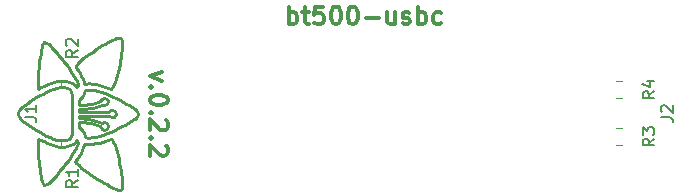
<source format=gbr>
%TF.GenerationSoftware,KiCad,Pcbnew,5.1.6-c6e7f7d~87~ubuntu18.04.1*%
%TF.CreationDate,2020-09-20T16:09:31-04:00*%
%TF.ProjectId,bt500-usbc,62743530-302d-4757-9362-632e6b696361,rev?*%
%TF.SameCoordinates,Original*%
%TF.FileFunction,Legend,Top*%
%TF.FilePolarity,Positive*%
%FSLAX46Y46*%
G04 Gerber Fmt 4.6, Leading zero omitted, Abs format (unit mm)*
G04 Created by KiCad (PCBNEW 5.1.6-c6e7f7d~87~ubuntu18.04.1) date 2020-09-20 16:09:31*
%MOMM*%
%LPD*%
G01*
G04 APERTURE LIST*
%ADD10C,0.300000*%
%ADD11C,0.250000*%
%ADD12C,0.120000*%
%ADD13C,0.150000*%
G04 APERTURE END LIST*
D10*
X133571428Y-92778571D02*
X132571428Y-93135714D01*
X133571428Y-93492857D01*
X132714285Y-94064285D02*
X132642857Y-94135714D01*
X132571428Y-94064285D01*
X132642857Y-93992857D01*
X132714285Y-94064285D01*
X132571428Y-94064285D01*
X134071428Y-95064285D02*
X134071428Y-95207142D01*
X134000000Y-95350000D01*
X133928571Y-95421428D01*
X133785714Y-95492857D01*
X133500000Y-95564285D01*
X133142857Y-95564285D01*
X132857142Y-95492857D01*
X132714285Y-95421428D01*
X132642857Y-95350000D01*
X132571428Y-95207142D01*
X132571428Y-95064285D01*
X132642857Y-94921428D01*
X132714285Y-94850000D01*
X132857142Y-94778571D01*
X133142857Y-94707142D01*
X133500000Y-94707142D01*
X133785714Y-94778571D01*
X133928571Y-94850000D01*
X134000000Y-94921428D01*
X134071428Y-95064285D01*
X132714285Y-96207142D02*
X132642857Y-96278571D01*
X132571428Y-96207142D01*
X132642857Y-96135714D01*
X132714285Y-96207142D01*
X132571428Y-96207142D01*
X133928571Y-96850000D02*
X134000000Y-96921428D01*
X134071428Y-97064285D01*
X134071428Y-97421428D01*
X134000000Y-97564285D01*
X133928571Y-97635714D01*
X133785714Y-97707142D01*
X133642857Y-97707142D01*
X133428571Y-97635714D01*
X132571428Y-96778571D01*
X132571428Y-97707142D01*
X132714285Y-98350000D02*
X132642857Y-98421428D01*
X132571428Y-98350000D01*
X132642857Y-98278571D01*
X132714285Y-98350000D01*
X132571428Y-98350000D01*
X133928571Y-98992857D02*
X134000000Y-99064285D01*
X134071428Y-99207142D01*
X134071428Y-99564285D01*
X134000000Y-99707142D01*
X133928571Y-99778571D01*
X133785714Y-99850000D01*
X133642857Y-99850000D01*
X133428571Y-99778571D01*
X132571428Y-98921428D01*
X132571428Y-99850000D01*
X144321428Y-88728571D02*
X144321428Y-87228571D01*
X144321428Y-87800000D02*
X144464285Y-87728571D01*
X144750000Y-87728571D01*
X144892857Y-87800000D01*
X144964285Y-87871428D01*
X145035714Y-88014285D01*
X145035714Y-88442857D01*
X144964285Y-88585714D01*
X144892857Y-88657142D01*
X144750000Y-88728571D01*
X144464285Y-88728571D01*
X144321428Y-88657142D01*
X145464285Y-87728571D02*
X146035714Y-87728571D01*
X145678571Y-87228571D02*
X145678571Y-88514285D01*
X145750000Y-88657142D01*
X145892857Y-88728571D01*
X146035714Y-88728571D01*
X147250000Y-87228571D02*
X146535714Y-87228571D01*
X146464285Y-87942857D01*
X146535714Y-87871428D01*
X146678571Y-87800000D01*
X147035714Y-87800000D01*
X147178571Y-87871428D01*
X147250000Y-87942857D01*
X147321428Y-88085714D01*
X147321428Y-88442857D01*
X147250000Y-88585714D01*
X147178571Y-88657142D01*
X147035714Y-88728571D01*
X146678571Y-88728571D01*
X146535714Y-88657142D01*
X146464285Y-88585714D01*
X148250000Y-87228571D02*
X148392857Y-87228571D01*
X148535714Y-87300000D01*
X148607142Y-87371428D01*
X148678571Y-87514285D01*
X148750000Y-87800000D01*
X148750000Y-88157142D01*
X148678571Y-88442857D01*
X148607142Y-88585714D01*
X148535714Y-88657142D01*
X148392857Y-88728571D01*
X148250000Y-88728571D01*
X148107142Y-88657142D01*
X148035714Y-88585714D01*
X147964285Y-88442857D01*
X147892857Y-88157142D01*
X147892857Y-87800000D01*
X147964285Y-87514285D01*
X148035714Y-87371428D01*
X148107142Y-87300000D01*
X148250000Y-87228571D01*
X149678571Y-87228571D02*
X149821428Y-87228571D01*
X149964285Y-87300000D01*
X150035714Y-87371428D01*
X150107142Y-87514285D01*
X150178571Y-87800000D01*
X150178571Y-88157142D01*
X150107142Y-88442857D01*
X150035714Y-88585714D01*
X149964285Y-88657142D01*
X149821428Y-88728571D01*
X149678571Y-88728571D01*
X149535714Y-88657142D01*
X149464285Y-88585714D01*
X149392857Y-88442857D01*
X149321428Y-88157142D01*
X149321428Y-87800000D01*
X149392857Y-87514285D01*
X149464285Y-87371428D01*
X149535714Y-87300000D01*
X149678571Y-87228571D01*
X150821428Y-88157142D02*
X151964285Y-88157142D01*
X153321428Y-87728571D02*
X153321428Y-88728571D01*
X152678571Y-87728571D02*
X152678571Y-88514285D01*
X152750000Y-88657142D01*
X152892857Y-88728571D01*
X153107142Y-88728571D01*
X153250000Y-88657142D01*
X153321428Y-88585714D01*
X153964285Y-88657142D02*
X154107142Y-88728571D01*
X154392857Y-88728571D01*
X154535714Y-88657142D01*
X154607142Y-88514285D01*
X154607142Y-88442857D01*
X154535714Y-88300000D01*
X154392857Y-88228571D01*
X154178571Y-88228571D01*
X154035714Y-88157142D01*
X153964285Y-88014285D01*
X153964285Y-87942857D01*
X154035714Y-87800000D01*
X154178571Y-87728571D01*
X154392857Y-87728571D01*
X154535714Y-87800000D01*
X155250000Y-88728571D02*
X155250000Y-87228571D01*
X155250000Y-87800000D02*
X155392857Y-87728571D01*
X155678571Y-87728571D01*
X155821428Y-87800000D01*
X155892857Y-87871428D01*
X155964285Y-88014285D01*
X155964285Y-88442857D01*
X155892857Y-88585714D01*
X155821428Y-88657142D01*
X155678571Y-88728571D01*
X155392857Y-88728571D01*
X155250000Y-88657142D01*
X157250000Y-88657142D02*
X157107142Y-88728571D01*
X156821428Y-88728571D01*
X156678571Y-88657142D01*
X156607142Y-88585714D01*
X156535714Y-88442857D01*
X156535714Y-88014285D01*
X156607142Y-87871428D01*
X156678571Y-87800000D01*
X156821428Y-87728571D01*
X157107142Y-87728571D01*
X157250000Y-87800000D01*
D11*
X121664369Y-96809412D02*
X121887149Y-96977133D01*
X121887149Y-96977133D02*
X122133181Y-97153900D01*
X122133181Y-97153900D02*
X122448439Y-97369915D01*
X122448439Y-97369915D02*
X122689465Y-97527325D01*
X122689465Y-97527325D02*
X122949850Y-97689573D01*
X122949850Y-97689573D02*
X123225029Y-97851617D01*
X123225029Y-97851617D02*
X123510442Y-98008414D01*
X123510442Y-98008414D02*
X123801522Y-98154922D01*
X123801522Y-98154922D02*
X124093709Y-98286099D01*
X124093709Y-98286099D02*
X124382437Y-98396903D01*
X124382437Y-98396903D02*
X124663144Y-98482291D01*
X124663144Y-98482291D02*
X124931267Y-98537222D01*
X124931267Y-98537222D02*
X125182242Y-98556653D01*
X127020258Y-93760992D02*
X127000000Y-93750000D01*
X125976320Y-94969219D02*
X125966471Y-94691483D01*
X125966471Y-94691483D02*
X125918395Y-94427999D01*
X125918395Y-94427999D02*
X125789163Y-94211503D01*
X125789163Y-94211503D02*
X125553465Y-94086520D01*
X125553465Y-94086520D02*
X125303814Y-94049563D01*
X125303814Y-94049563D02*
X125182216Y-94046349D01*
X125930070Y-96301514D02*
X125934126Y-96032638D01*
X125934126Y-96032638D02*
X125944114Y-95773137D01*
X125944114Y-95773137D02*
X125955585Y-95543810D01*
X125182216Y-94046349D02*
X124931241Y-94065779D01*
X124931241Y-94065779D02*
X124663118Y-94120709D01*
X124663118Y-94120709D02*
X124382411Y-94206096D01*
X124382411Y-94206096D02*
X124093682Y-94316899D01*
X124093682Y-94316899D02*
X123801495Y-94448074D01*
X123801495Y-94448074D02*
X123510414Y-94594582D01*
X123510414Y-94594582D02*
X123225001Y-94751378D01*
X123225001Y-94751378D02*
X122949820Y-94913421D01*
X122949820Y-94913421D02*
X122689434Y-95075670D01*
X122689434Y-95075670D02*
X122448406Y-95233081D01*
X122448406Y-95233081D02*
X122231301Y-95380613D01*
X122231301Y-95380613D02*
X121960478Y-95572359D01*
X121960478Y-95572359D02*
X121725698Y-95746384D01*
X121725698Y-95746384D02*
X121664316Y-95793617D01*
X130110307Y-89881537D02*
X130234799Y-90109747D01*
X130234799Y-90109747D02*
X130243534Y-90227375D01*
X129675953Y-89921494D02*
X129924721Y-89846617D01*
X129924721Y-89846617D02*
X130110307Y-89881537D01*
X125976320Y-97633862D02*
X125970660Y-97375932D01*
X125970660Y-97375932D02*
X125958562Y-97116707D01*
X125958562Y-97116707D02*
X125955585Y-97059219D01*
X130239738Y-90312360D02*
X130214662Y-90574734D01*
X130214662Y-90574734D02*
X130182511Y-90861172D01*
X130182511Y-90861172D02*
X130135660Y-91224651D01*
X130135660Y-91224651D02*
X130095659Y-91499969D01*
X130095659Y-91499969D02*
X130048224Y-91794827D01*
X130048224Y-91794827D02*
X129992993Y-92103344D01*
X129992993Y-92103344D02*
X129929606Y-92419640D01*
X129929606Y-92419640D02*
X129857702Y-92737835D01*
X129857702Y-92737835D02*
X129776921Y-93052049D01*
X129776921Y-93052049D02*
X129686902Y-93356401D01*
X129686902Y-93356401D02*
X129587283Y-93645011D01*
X129587283Y-93645011D02*
X129477705Y-93911999D01*
X129477705Y-93911999D02*
X129357807Y-94151486D01*
X129264936Y-94196275D02*
X129025787Y-94101065D01*
X129025787Y-94101065D02*
X128785528Y-94013358D01*
X128785528Y-94013358D02*
X128545814Y-93934754D01*
X128545814Y-93934754D02*
X128249459Y-93851736D01*
X128249459Y-93851736D02*
X127959776Y-93788568D01*
X127959776Y-93788568D02*
X127679996Y-93748375D01*
X127679996Y-93748375D02*
X127413354Y-93734283D01*
X129357807Y-94151486D02*
X129264936Y-94196275D01*
X126611975Y-95070055D02*
X126611975Y-95070055D01*
X129042050Y-96463972D02*
X126574301Y-96463972D01*
X127066799Y-94300351D02*
X127020211Y-94567786D01*
X127020211Y-94567786D02*
X126909737Y-94795802D01*
X126909737Y-94795802D02*
X126735831Y-94983513D01*
X126735831Y-94983513D02*
X126611975Y-95070055D01*
X127413354Y-94275606D02*
X127154534Y-94288427D01*
X127154534Y-94288427D02*
X127066799Y-94300351D01*
X131294162Y-95887045D02*
X131048435Y-95732368D01*
X131048435Y-95732368D02*
X130777066Y-95569342D01*
X130777066Y-95569342D02*
X130552681Y-95439578D01*
X130552681Y-95439578D02*
X130299389Y-95298377D01*
X130299389Y-95298377D02*
X130022222Y-95150388D01*
X130022222Y-95150388D02*
X129726211Y-95000262D01*
X129726211Y-95000262D02*
X129416387Y-94852650D01*
X129416387Y-94852650D02*
X129097783Y-94712202D01*
X129097783Y-94712202D02*
X128775429Y-94583568D01*
X128775429Y-94583568D02*
X128454359Y-94471398D01*
X128454359Y-94471398D02*
X128139602Y-94380344D01*
X128139602Y-94380344D02*
X127836191Y-94315055D01*
X127836191Y-94315055D02*
X127549157Y-94280183D01*
X127549157Y-94280183D02*
X127413354Y-94275606D01*
X131573333Y-96301541D02*
X131482477Y-96056884D01*
X131482477Y-96056884D02*
X131294162Y-95887045D01*
X131294189Y-96716009D02*
X131482470Y-96546180D01*
X131482470Y-96546180D02*
X131573333Y-96301541D01*
X127413327Y-98327475D02*
X127690285Y-98309554D01*
X127690285Y-98309554D02*
X127986138Y-98258893D01*
X127986138Y-98258893D02*
X128295852Y-98180141D01*
X128295852Y-98180141D02*
X128614397Y-98077949D01*
X128614397Y-98077949D02*
X128936740Y-97956967D01*
X128936740Y-97956967D02*
X129257851Y-97821846D01*
X129257851Y-97821846D02*
X129572697Y-97677235D01*
X129572697Y-97677235D02*
X129876247Y-97527785D01*
X129876247Y-97527785D02*
X130163469Y-97378146D01*
X130163469Y-97378146D02*
X130429332Y-97232969D01*
X130429332Y-97232969D02*
X130668804Y-97096903D01*
X130668804Y-97096903D02*
X130967521Y-96920061D01*
X130967521Y-96920061D02*
X131226481Y-96759565D01*
X131226481Y-96759565D02*
X131294189Y-96716009D01*
X127066799Y-98303209D02*
X127315887Y-98325923D01*
X127315887Y-98325923D02*
X127413327Y-98327475D01*
X126612002Y-97533026D02*
X126821022Y-97698064D01*
X126821022Y-97698064D02*
X126966793Y-97903925D01*
X126966793Y-97903925D02*
X127048876Y-98149723D01*
X127048876Y-98149723D02*
X127066799Y-98303209D01*
X126526378Y-97486405D02*
X126612002Y-97533026D01*
X126547910Y-97006172D02*
X126532859Y-97270369D01*
X126532859Y-97270369D02*
X126526378Y-97486405D01*
X128371987Y-97370276D02*
X128121808Y-97270291D01*
X128121808Y-97270291D02*
X127851644Y-97189723D01*
X127851644Y-97189723D02*
X127567268Y-97125495D01*
X127567268Y-97125495D02*
X127298306Y-97079411D01*
X127298306Y-97079411D02*
X126990418Y-97040649D01*
X126990418Y-97040649D02*
X126732809Y-97017836D01*
X126732809Y-97017836D02*
X126547910Y-97006172D01*
X128711479Y-97655075D02*
X128470287Y-97562765D01*
X128470287Y-97562765D02*
X128371987Y-97370276D01*
X129052591Y-97340089D02*
X128940827Y-97573244D01*
X128940827Y-97573244D02*
X128711479Y-97655075D01*
X128711479Y-97025102D02*
X128952674Y-97117342D01*
X128952674Y-97117342D02*
X129052591Y-97340089D01*
X128518648Y-97080352D02*
X128711479Y-97025102D01*
X126566362Y-96681893D02*
X126852196Y-96701424D01*
X126852196Y-96701424D02*
X127114459Y-96727576D01*
X127114459Y-96727576D02*
X127428852Y-96770990D01*
X127428852Y-96770990D02*
X127704644Y-96821962D01*
X127704644Y-96821962D02*
X127997978Y-96892641D01*
X127997978Y-96892641D02*
X128237636Y-96966670D01*
X128237636Y-96966670D02*
X128490003Y-97066988D01*
X128490003Y-97066988D02*
X128518648Y-97080352D01*
X126574301Y-96463972D02*
X126566362Y-96681893D01*
X126574301Y-96139162D02*
X129042077Y-96139162D01*
X129333965Y-96616554D02*
X129095431Y-96526332D01*
X129095431Y-96526332D02*
X129042050Y-96463972D01*
X129675050Y-96301567D02*
X129563290Y-96534723D01*
X129563290Y-96534723D02*
X129333965Y-96616554D01*
X129333992Y-95986581D02*
X129575139Y-96078831D01*
X129575139Y-96078831D02*
X129675050Y-96301567D01*
X129042077Y-96139162D02*
X129255224Y-95995050D01*
X129255224Y-95995050D02*
X129333992Y-95986581D01*
X126446065Y-98827169D02*
X126446065Y-98827169D01*
X126566522Y-95923684D02*
X126574301Y-96139162D01*
X124013282Y-90431728D02*
X123807514Y-90277902D01*
X123807514Y-90277902D02*
X123634204Y-90251774D01*
X126446065Y-93775966D02*
X126357479Y-93531406D01*
X126357479Y-93531406D02*
X126235245Y-93272077D01*
X126235245Y-93272077D02*
X126084758Y-93002160D01*
X126084758Y-93002160D02*
X125911418Y-92725835D01*
X125911418Y-92725835D02*
X125720620Y-92447282D01*
X125720620Y-92447282D02*
X125517762Y-92170681D01*
X125517762Y-92170681D02*
X125308241Y-91900213D01*
X125308241Y-91900213D02*
X125097455Y-91640059D01*
X125097455Y-91640059D02*
X124890801Y-91394397D01*
X124890801Y-91394397D02*
X124693676Y-91167409D01*
X124693676Y-91167409D02*
X124511477Y-90963276D01*
X124511477Y-90963276D02*
X124277972Y-90709071D01*
X124277972Y-90709071D02*
X124069249Y-90489136D01*
X124069249Y-90489136D02*
X124013282Y-90431728D01*
X123102677Y-94201134D02*
X123102146Y-94201453D01*
X128520772Y-95524269D02*
X128281913Y-95623272D01*
X128281913Y-95623272D02*
X128000434Y-95712305D01*
X128000434Y-95712305D02*
X127706855Y-95783190D01*
X127706855Y-95783190D02*
X127430693Y-95834323D01*
X127430693Y-95834323D02*
X127115763Y-95877875D01*
X127115763Y-95877875D02*
X126852981Y-95904105D01*
X126852981Y-95904105D02*
X126566522Y-95923684D01*
X128711452Y-95578033D02*
X128520772Y-95524269D01*
X129052564Y-95263046D02*
X128940800Y-95496202D01*
X128940800Y-95496202D02*
X128711452Y-95578033D01*
X128711452Y-94948033D02*
X128952647Y-95040296D01*
X128952647Y-95040296D02*
X129052564Y-95263046D01*
X128371801Y-95235354D02*
X128504177Y-95012895D01*
X128504177Y-95012895D02*
X128711452Y-94948033D01*
X126548043Y-95599405D02*
X126821357Y-95580808D01*
X126821357Y-95580808D02*
X127071171Y-95556060D01*
X127071171Y-95556060D02*
X127369091Y-95515249D01*
X127369091Y-95515249D02*
X127628574Y-95467720D01*
X127628574Y-95467720D02*
X127901785Y-95402535D01*
X127901785Y-95402535D02*
X128159554Y-95322060D01*
X128159554Y-95322060D02*
X128371801Y-95235354D01*
X126526378Y-95116650D02*
X126535139Y-95379289D01*
X126535139Y-95379289D02*
X126548043Y-95599405D01*
X126611975Y-95070055D02*
X126526378Y-95116650D01*
X127017682Y-98841771D02*
X127017682Y-98841771D01*
X124013282Y-102171406D02*
X124213477Y-101962749D01*
X124213477Y-101962749D02*
X124427720Y-101731863D01*
X124427720Y-101731863D02*
X124600453Y-101540656D01*
X124600453Y-101540656D02*
X124790811Y-101324506D01*
X124790811Y-101324506D02*
X124993395Y-101087598D01*
X124993395Y-101087598D02*
X125202806Y-100834116D01*
X125202806Y-100834116D02*
X125413645Y-100568247D01*
X125413645Y-100568247D02*
X125620514Y-100294174D01*
X125620514Y-100294174D02*
X125818014Y-100016084D01*
X125818014Y-100016084D02*
X126000746Y-99738161D01*
X126000746Y-99738161D02*
X126163311Y-99464590D01*
X126163311Y-99464590D02*
X126300310Y-99199556D01*
X126300310Y-99199556D02*
X126406346Y-98947245D01*
X126406346Y-98947245D02*
X126446065Y-98827169D01*
X123634178Y-102351361D02*
X123882712Y-102281627D01*
X123882712Y-102281627D02*
X124013282Y-102171406D01*
X123414637Y-101993762D02*
X123503170Y-102234916D01*
X123503170Y-102234916D02*
X123634178Y-102351361D01*
X123076234Y-98998548D02*
X123079997Y-99253775D01*
X123079997Y-99253775D02*
X123090635Y-99512949D01*
X123090635Y-99512949D02*
X123107172Y-99773280D01*
X123107172Y-99773280D02*
X123128631Y-100031979D01*
X123128631Y-100031979D02*
X123154036Y-100286257D01*
X123154036Y-100286257D02*
X123197406Y-100653282D01*
X123197406Y-100653282D02*
X123244161Y-100994670D01*
X123244161Y-100994670D02*
X123291005Y-101301005D01*
X123291005Y-101301005D02*
X123334644Y-101562875D01*
X123334644Y-101562875D02*
X123382145Y-101826595D01*
X123382145Y-101826595D02*
X123414637Y-101993762D01*
X123076234Y-98998256D02*
X123076234Y-98998548D01*
X123102651Y-98402000D02*
X123083734Y-98666099D01*
X123083734Y-98666099D02*
X123076651Y-98916983D01*
X123076651Y-98916983D02*
X123076234Y-98998256D01*
X125182189Y-99098083D02*
X124880169Y-99075612D01*
X124880169Y-99075612D02*
X124626685Y-99027907D01*
X124626685Y-99027907D02*
X124365546Y-98957151D01*
X124365546Y-98957151D02*
X124099422Y-98866460D01*
X124099422Y-98866460D02*
X123830984Y-98758949D01*
X123830984Y-98758949D02*
X123562902Y-98637733D01*
X123562902Y-98637733D02*
X123297848Y-98505928D01*
X123297848Y-98505928D02*
X123102651Y-98402000D01*
X126272722Y-98659294D02*
X126083867Y-98852418D01*
X126083867Y-98852418D02*
X125840438Y-98989411D01*
X125840438Y-98989411D02*
X125581162Y-99063840D01*
X125581162Y-99063840D02*
X125323528Y-99094291D01*
X125323528Y-99094291D02*
X125182189Y-99098083D01*
X126338671Y-98555830D02*
X126272722Y-98659294D01*
X126488306Y-98665932D02*
X126338671Y-98555830D01*
X126446065Y-98827169D02*
X126488306Y-98665932D01*
X125976320Y-97633862D02*
X125976320Y-97633862D01*
X126999920Y-98853161D02*
X127017682Y-98841771D01*
X126965034Y-98981158D02*
X126999920Y-98853161D01*
X126264385Y-100319081D02*
X126411389Y-100103409D01*
X126411389Y-100103409D02*
X126546506Y-99887961D01*
X126546506Y-99887961D02*
X126691023Y-99631859D01*
X126691023Y-99631859D02*
X126814077Y-99380892D01*
X126814077Y-99380892D02*
X126913298Y-99137687D01*
X126913298Y-99137687D02*
X126965034Y-98981158D01*
X126266058Y-100354764D02*
X126264385Y-100319081D01*
X123102146Y-94201453D02*
X123363224Y-94063707D01*
X123363224Y-94063707D02*
X123629345Y-93934210D01*
X123629345Y-93934210D02*
X123897834Y-93816080D01*
X123897834Y-93816080D02*
X124166019Y-93712435D01*
X124166019Y-93712435D02*
X124431226Y-93626394D01*
X124431226Y-93626394D02*
X124690781Y-93561075D01*
X124690781Y-93561075D02*
X124942011Y-93519597D01*
X124942011Y-93519597D02*
X125182242Y-93505078D01*
X130110281Y-102721544D02*
X129852310Y-102744738D01*
X129852310Y-102744738D02*
X129675926Y-102681587D01*
X130243508Y-102375733D02*
X130195292Y-102623040D01*
X130195292Y-102623040D02*
X130110281Y-102721544D01*
X130239711Y-102290748D02*
X130243508Y-102375733D01*
X123634204Y-90251774D02*
X123463943Y-90445772D01*
X123463943Y-90445772D02*
X123414663Y-90609373D01*
X126272695Y-93943867D02*
X126272695Y-93943867D01*
X125955585Y-97059219D02*
X125943035Y-96806621D01*
X125943035Y-96806621D02*
X125933458Y-96546344D01*
X125933458Y-96546344D02*
X125930070Y-96301514D01*
X130243534Y-90227375D02*
X130239738Y-90312360D01*
X129675926Y-102681587D02*
X129417952Y-102553643D01*
X129417952Y-102553643D02*
X129139395Y-102409532D01*
X129139395Y-102409532D02*
X128913096Y-102288520D01*
X128913096Y-102288520D02*
X128661856Y-102149971D01*
X128661856Y-102149971D02*
X128392135Y-101995955D01*
X128392135Y-101995955D02*
X128110392Y-101828541D01*
X128110392Y-101828541D02*
X127823086Y-101649799D01*
X127823086Y-101649799D02*
X127536675Y-101461797D01*
X127536675Y-101461797D02*
X127257619Y-101266607D01*
X127257619Y-101266607D02*
X126992376Y-101066296D01*
X126992376Y-101066296D02*
X126747405Y-100862934D01*
X126747405Y-100862934D02*
X126529166Y-100658591D01*
X126529166Y-100658591D02*
X126344117Y-100455336D01*
X126344117Y-100455336D02*
X126266058Y-100354764D01*
X129339275Y-98417718D02*
X129460733Y-98655459D01*
X129460733Y-98655459D02*
X129571901Y-98921941D01*
X129571901Y-98921941D02*
X129673122Y-99211126D01*
X129673122Y-99211126D02*
X129764738Y-99516982D01*
X129764738Y-99516982D02*
X129847092Y-99833472D01*
X129847092Y-99833472D02*
X129920528Y-100154561D01*
X129920528Y-100154561D02*
X129985386Y-100474216D01*
X129985386Y-100474216D02*
X130042011Y-100786400D01*
X130042011Y-100786400D02*
X130090745Y-101085079D01*
X130090745Y-101085079D02*
X130131930Y-101364217D01*
X130131930Y-101364217D02*
X130165909Y-101617781D01*
X130165909Y-101617781D02*
X130204116Y-101936971D01*
X130204116Y-101936971D02*
X130233037Y-102216719D01*
X130233037Y-102216719D02*
X130239711Y-102290748D01*
X129280467Y-98400381D02*
X129339275Y-98417718D01*
X127413301Y-98868878D02*
X127682191Y-98854555D01*
X127682191Y-98854555D02*
X127964403Y-98813725D01*
X127964403Y-98813725D02*
X128256625Y-98749591D01*
X128256625Y-98749591D02*
X128555546Y-98665360D01*
X128555546Y-98665360D02*
X128797280Y-98585657D01*
X128797280Y-98585657D02*
X129039485Y-98496784D01*
X129039485Y-98496784D02*
X129280467Y-98400381D01*
X127017682Y-98841771D02*
X127269524Y-98865417D01*
X127269524Y-98865417D02*
X127413301Y-98868878D01*
X127000000Y-93750000D02*
X127000000Y-93750000D01*
X125182242Y-98556653D02*
X125462504Y-98536350D01*
X125462504Y-98536350D02*
X125702878Y-98455928D01*
X125702878Y-98455928D02*
X125890634Y-98246649D01*
X125890634Y-98246649D02*
X125961627Y-97960691D01*
X125961627Y-97960691D02*
X125975982Y-97693767D01*
X125975982Y-97693767D02*
X125976320Y-97633862D01*
X121390402Y-96301488D02*
X121452685Y-96557635D01*
X121452685Y-96557635D02*
X121616783Y-96769189D01*
X121616783Y-96769189D02*
X121664369Y-96809412D01*
X121664316Y-95793617D02*
X121489545Y-95981425D01*
X121489545Y-95981425D02*
X121397460Y-96213932D01*
X121397460Y-96213932D02*
X121390402Y-96301488D01*
X123076260Y-93604906D02*
X123080653Y-93862011D01*
X123080653Y-93862011D02*
X123095105Y-94116139D01*
X123095105Y-94116139D02*
X123102677Y-94201134D01*
X126338618Y-94047305D02*
X126488306Y-93937176D01*
X125955585Y-95543810D02*
X125968451Y-95281304D01*
X125968451Y-95281304D02*
X125976062Y-95018939D01*
X125976062Y-95018939D02*
X125976320Y-94969219D01*
X125182242Y-93505078D02*
X125456502Y-93520247D01*
X125456502Y-93520247D02*
X125734680Y-93576660D01*
X125734680Y-93576660D02*
X125969072Y-93675252D01*
X125969072Y-93675252D02*
X126184970Y-93840230D01*
X126184970Y-93840230D02*
X126272695Y-93943867D01*
X123414663Y-90609373D02*
X123360354Y-90895059D01*
X123360354Y-90895059D02*
X123306097Y-91209501D01*
X123306097Y-91209501D02*
X123259955Y-91502099D01*
X123259955Y-91502099D02*
X123212804Y-91832890D01*
X123212804Y-91832890D02*
X123167939Y-92192458D01*
X123167939Y-92192458D02*
X123140928Y-92443507D01*
X123140928Y-92443507D02*
X123117373Y-92700371D01*
X123117373Y-92700371D02*
X123098253Y-92960260D01*
X123098253Y-92960260D02*
X123084543Y-93220383D01*
X123084543Y-93220383D02*
X123077221Y-93477951D01*
X123077221Y-93477951D02*
X123076260Y-93604906D01*
X127413354Y-93734283D02*
X127159721Y-93744793D01*
X127159721Y-93744793D02*
X127020258Y-93760992D01*
X126272695Y-93943867D02*
X126338618Y-94047305D01*
X126488306Y-93937176D02*
X126446065Y-93775966D01*
X126285811Y-92220865D02*
X126457180Y-92021114D01*
X126457180Y-92021114D02*
X126663139Y-91819316D01*
X126663139Y-91819316D02*
X126897431Y-91617513D01*
X126897431Y-91617513D02*
X127153803Y-91417742D01*
X127153803Y-91417742D02*
X127426001Y-91222044D01*
X127426001Y-91222044D02*
X127707771Y-91032458D01*
X127707771Y-91032458D02*
X127992857Y-90851025D01*
X127992857Y-90851025D02*
X128275006Y-90679783D01*
X128275006Y-90679783D02*
X128547964Y-90520771D01*
X128547964Y-90520771D02*
X128805477Y-90376031D01*
X128805477Y-90376031D02*
X129041289Y-90247601D01*
X129041289Y-90247601D02*
X129340639Y-90090000D01*
X129340639Y-90090000D02*
X129605449Y-89955987D01*
X129605449Y-89955987D02*
X129675953Y-89921494D01*
X126282784Y-92310126D02*
X126285811Y-92220865D01*
X126965087Y-93621924D02*
X126868316Y-93351654D01*
X126868316Y-93351654D02*
X126758030Y-93109613D01*
X126758030Y-93109613D02*
X126626151Y-92860706D01*
X126626151Y-92860706D02*
X126476131Y-92607509D01*
X126476131Y-92607509D02*
X126339746Y-92395092D01*
X126339746Y-92395092D02*
X126282784Y-92310126D01*
X127000000Y-93750000D02*
X126965087Y-93621924D01*
D12*
%TO.C,R4*%
X172564377Y-93540000D02*
X172041873Y-93540000D01*
X172564377Y-94960000D02*
X172041873Y-94960000D01*
%TO.C,R3*%
X172564377Y-97540000D02*
X172041873Y-97540000D01*
X172564377Y-98960000D02*
X172041873Y-98960000D01*
%TO.C,R2*%
X126460000Y-93986252D02*
X126460000Y-93463748D01*
X125040000Y-93986252D02*
X125040000Y-93463748D01*
%TO.C,R1*%
X125040000Y-98513748D02*
X125040000Y-99036252D01*
X126460000Y-98513748D02*
X126460000Y-99036252D01*
%TO.C,J2*%
D13*
X175832380Y-96583333D02*
X176546666Y-96583333D01*
X176689523Y-96630952D01*
X176784761Y-96726190D01*
X176832380Y-96869047D01*
X176832380Y-96964285D01*
X175927619Y-96154761D02*
X175880000Y-96107142D01*
X175832380Y-96011904D01*
X175832380Y-95773809D01*
X175880000Y-95678571D01*
X175927619Y-95630952D01*
X176022857Y-95583333D01*
X176118095Y-95583333D01*
X176260952Y-95630952D01*
X176832380Y-96202380D01*
X176832380Y-95583333D01*
%TO.C,J1*%
X121952380Y-96583333D02*
X122666666Y-96583333D01*
X122809523Y-96630952D01*
X122904761Y-96726190D01*
X122952380Y-96869047D01*
X122952380Y-96964285D01*
X122952380Y-95583333D02*
X122952380Y-96154761D01*
X122952380Y-95869047D02*
X121952380Y-95869047D01*
X122095238Y-95964285D01*
X122190476Y-96059523D01*
X122238095Y-96154761D01*
%TO.C,R4*%
X175280505Y-94416666D02*
X174804315Y-94750000D01*
X175280505Y-94988095D02*
X174280505Y-94988095D01*
X174280505Y-94607142D01*
X174328125Y-94511904D01*
X174375744Y-94464285D01*
X174470982Y-94416666D01*
X174613839Y-94416666D01*
X174709077Y-94464285D01*
X174756696Y-94511904D01*
X174804315Y-94607142D01*
X174804315Y-94988095D01*
X174613839Y-93559523D02*
X175280505Y-93559523D01*
X174232886Y-93797619D02*
X174947172Y-94035714D01*
X174947172Y-93416666D01*
%TO.C,R3*%
X175280505Y-98416666D02*
X174804315Y-98750000D01*
X175280505Y-98988095D02*
X174280505Y-98988095D01*
X174280505Y-98607142D01*
X174328125Y-98511904D01*
X174375744Y-98464285D01*
X174470982Y-98416666D01*
X174613839Y-98416666D01*
X174709077Y-98464285D01*
X174756696Y-98511904D01*
X174804315Y-98607142D01*
X174804315Y-98988095D01*
X174280505Y-98083333D02*
X174280505Y-97464285D01*
X174661458Y-97797619D01*
X174661458Y-97654761D01*
X174709077Y-97559523D01*
X174756696Y-97511904D01*
X174851934Y-97464285D01*
X175090029Y-97464285D01*
X175185267Y-97511904D01*
X175232886Y-97559523D01*
X175280505Y-97654761D01*
X175280505Y-97940476D01*
X175232886Y-98035714D01*
X175185267Y-98083333D01*
%TO.C,R2*%
X126452380Y-90916666D02*
X125976190Y-91250000D01*
X126452380Y-91488095D02*
X125452380Y-91488095D01*
X125452380Y-91107142D01*
X125500000Y-91011904D01*
X125547619Y-90964285D01*
X125642857Y-90916666D01*
X125785714Y-90916666D01*
X125880952Y-90964285D01*
X125928571Y-91011904D01*
X125976190Y-91107142D01*
X125976190Y-91488095D01*
X125547619Y-90535714D02*
X125500000Y-90488095D01*
X125452380Y-90392857D01*
X125452380Y-90154761D01*
X125500000Y-90059523D01*
X125547619Y-90011904D01*
X125642857Y-89964285D01*
X125738095Y-89964285D01*
X125880952Y-90011904D01*
X126452380Y-90583333D01*
X126452380Y-89964285D01*
%TO.C,R1*%
X126452380Y-101916666D02*
X125976190Y-102250000D01*
X126452380Y-102488095D02*
X125452380Y-102488095D01*
X125452380Y-102107142D01*
X125500000Y-102011904D01*
X125547619Y-101964285D01*
X125642857Y-101916666D01*
X125785714Y-101916666D01*
X125880952Y-101964285D01*
X125928571Y-102011904D01*
X125976190Y-102107142D01*
X125976190Y-102488095D01*
X126452380Y-100964285D02*
X126452380Y-101535714D01*
X126452380Y-101250000D02*
X125452380Y-101250000D01*
X125595238Y-101345238D01*
X125690476Y-101440476D01*
X125738095Y-101535714D01*
%TD*%
M02*

</source>
